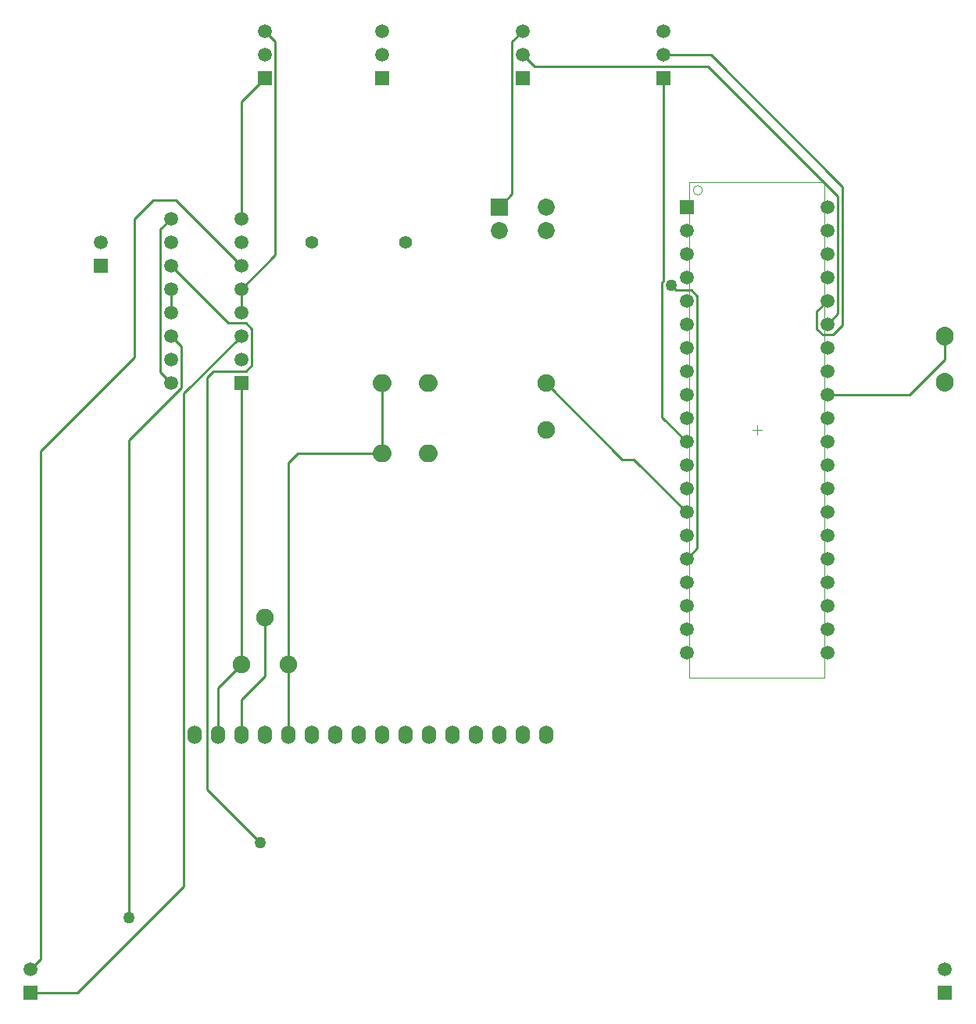
<source format=gtl>
G04*
G04 #@! TF.GenerationSoftware,Altium Limited,Altium Designer,22.0.2 (36)*
G04*
G04 Layer_Physical_Order=1*
G04 Layer_Color=255*
%FSLAX25Y25*%
%MOIN*%
G70*
G04*
G04 #@! TF.SameCoordinates,814A3CDE-6894-4AC5-8A30-7A96F4401CB6*
G04*
G04*
G04 #@! TF.FilePolarity,Positive*
G04*
G01*
G75*
%ADD14C,0.01000*%
%ADD16C,0.00394*%
%ADD30R,0.05906X0.05906*%
%ADD31C,0.05906*%
%ADD32R,0.05906X0.05906*%
%ADD33O,0.07500X0.08000*%
%ADD34O,0.06000X0.08000*%
%ADD35O,0.08000X0.07500*%
%ADD36C,0.07500*%
%ADD37C,0.05906*%
%ADD38R,0.05906X0.05906*%
%ADD39C,0.05512*%
%ADD40C,0.07284*%
%ADD41R,0.07284X0.07284*%
%ADD42C,0.05000*%
D14*
X620000Y415000D02*
X624500Y419500D01*
Y469500D01*
X569000Y525000D02*
X624500Y469500D01*
X495000Y525000D02*
X569000D01*
X490000Y530000D02*
X495000Y525000D01*
X550000Y530000D02*
X570300D01*
X626500Y473800D01*
Y414700D02*
Y473800D01*
X622300Y410500D02*
X626500Y414700D01*
X618000Y410500D02*
X622300D01*
X615500Y413000D02*
X618000Y410500D01*
X615500Y413000D02*
Y420500D01*
X620000Y425000D01*
X370000Y240000D02*
Y255000D01*
X380000Y265000D01*
Y290000D01*
X280000Y130000D02*
X300200D01*
X345500Y175300D01*
Y385500D01*
X370000Y410000D01*
X280000Y140000D02*
X284300Y144300D01*
Y360900D01*
X324500Y401100D01*
Y459900D01*
X332600Y468000D01*
X342000D01*
X370000Y440000D01*
X322000Y162000D02*
Y365500D01*
X344500Y388000D01*
Y405500D01*
X340000Y410000D02*
X344500Y405500D01*
X360000Y240000D02*
Y260000D01*
X370000Y270000D01*
Y460000D02*
Y510000D01*
X380000Y520000D01*
X620000Y385000D02*
X655000D01*
X670000Y400000D01*
Y410000D01*
X537600Y357400D02*
X560000Y335000D01*
X532600Y357400D02*
X537600D01*
X500000Y390000D02*
X532600Y357400D01*
X549547Y375453D02*
X560000Y365000D01*
X549547Y375453D02*
Y432847D01*
X550000Y433300D01*
Y520000D01*
X560000Y315000D02*
X564500Y319500D01*
Y427100D01*
X562000Y429600D02*
X564500Y427100D01*
X555500Y429600D02*
X562000D01*
X553600Y431500D02*
X555500Y429600D01*
X340000Y440000D02*
X364500Y415500D01*
X372000D01*
X374500Y413000D01*
Y397500D02*
Y413000D01*
X372000Y395000D02*
X374500Y397500D01*
X358200Y395000D02*
X372000D01*
X355500Y392300D02*
X358200Y395000D01*
X355500Y216500D02*
Y392300D01*
Y216500D02*
X378000Y194000D01*
X390000Y270000D02*
Y356000D01*
X394000Y360000D01*
X430000D01*
X485500Y535500D02*
X490000Y540000D01*
X485500Y470500D02*
Y535500D01*
X480000Y465000D02*
X485500Y470500D01*
X380000Y540000D02*
X384500Y535500D01*
Y444500D02*
Y535500D01*
X370000Y430000D02*
X384500Y444500D01*
X335500Y455500D02*
X340000Y460000D01*
X335500Y394500D02*
Y455500D01*
Y394500D02*
X340000Y390000D01*
X390000Y240000D02*
Y270000D01*
X430000Y360000D02*
Y390000D01*
X340000Y420000D02*
Y430000D01*
X370000Y420000D02*
Y430000D01*
Y270000D02*
Y390000D01*
D16*
X566772Y472165D02*
G03*
X566772Y472165I-1969J0D01*
G01*
X561260Y264291D02*
Y475709D01*
X618740Y264291D02*
Y475709D01*
X561260D02*
X618740D01*
X561260Y264291D02*
X618740D01*
X588032Y370000D02*
X591969D01*
X590000Y368032D02*
Y371969D01*
D30*
X380000Y520000D02*
D03*
X430000D02*
D03*
X490000D02*
D03*
X550000D02*
D03*
X280000Y130000D02*
D03*
X670000D02*
D03*
X310000Y440000D02*
D03*
D31*
X380000Y530000D02*
D03*
Y540000D02*
D03*
X430000Y530000D02*
D03*
Y540000D02*
D03*
X490000Y530000D02*
D03*
Y540000D02*
D03*
X550000Y530000D02*
D03*
Y540000D02*
D03*
X560000Y455000D02*
D03*
Y445000D02*
D03*
Y435000D02*
D03*
Y425000D02*
D03*
Y415000D02*
D03*
Y405000D02*
D03*
Y395000D02*
D03*
Y385000D02*
D03*
Y375000D02*
D03*
Y365000D02*
D03*
Y355000D02*
D03*
Y345000D02*
D03*
Y335000D02*
D03*
Y325000D02*
D03*
Y315000D02*
D03*
Y305000D02*
D03*
Y295000D02*
D03*
Y285000D02*
D03*
Y275000D02*
D03*
X620000Y465000D02*
D03*
Y455000D02*
D03*
Y445000D02*
D03*
Y435000D02*
D03*
Y425000D02*
D03*
Y415000D02*
D03*
Y405000D02*
D03*
Y395000D02*
D03*
Y385000D02*
D03*
Y375000D02*
D03*
Y365000D02*
D03*
Y355000D02*
D03*
Y345000D02*
D03*
Y335000D02*
D03*
Y325000D02*
D03*
Y315000D02*
D03*
Y305000D02*
D03*
Y295000D02*
D03*
Y285000D02*
D03*
Y275000D02*
D03*
X280000Y140000D02*
D03*
X670000D02*
D03*
X310000Y450000D02*
D03*
D32*
X560000Y465000D02*
D03*
D33*
X670000Y410000D02*
D03*
Y390315D02*
D03*
D34*
X400000Y240000D02*
D03*
X410000D02*
D03*
X420000D02*
D03*
X390000D02*
D03*
X360000D02*
D03*
X370000D02*
D03*
X380000D02*
D03*
X430000D02*
D03*
X480000D02*
D03*
X490000D02*
D03*
X500000D02*
D03*
X470000D02*
D03*
X440000D02*
D03*
X450000D02*
D03*
X460000D02*
D03*
X350000D02*
D03*
D35*
X430000Y390000D02*
D03*
X449685D02*
D03*
X430000Y360000D02*
D03*
X449685D02*
D03*
D36*
X500000Y370000D02*
D03*
Y390000D02*
D03*
X390000Y270000D02*
D03*
X380000Y290000D02*
D03*
X370000Y270000D02*
D03*
D37*
X340000Y460000D02*
D03*
Y450000D02*
D03*
Y440000D02*
D03*
Y430000D02*
D03*
Y420000D02*
D03*
Y410000D02*
D03*
Y400000D02*
D03*
Y390000D02*
D03*
X370000Y460000D02*
D03*
Y450000D02*
D03*
Y440000D02*
D03*
Y430000D02*
D03*
Y420000D02*
D03*
Y410000D02*
D03*
Y400000D02*
D03*
D38*
Y390000D02*
D03*
D39*
X400000Y450000D02*
D03*
X440000D02*
D03*
D40*
X480000Y455000D02*
D03*
X500000D02*
D03*
Y465000D02*
D03*
D41*
X480000D02*
D03*
D42*
X322000Y162000D02*
D03*
X553600Y431500D02*
D03*
X378000Y194000D02*
D03*
M02*

</source>
